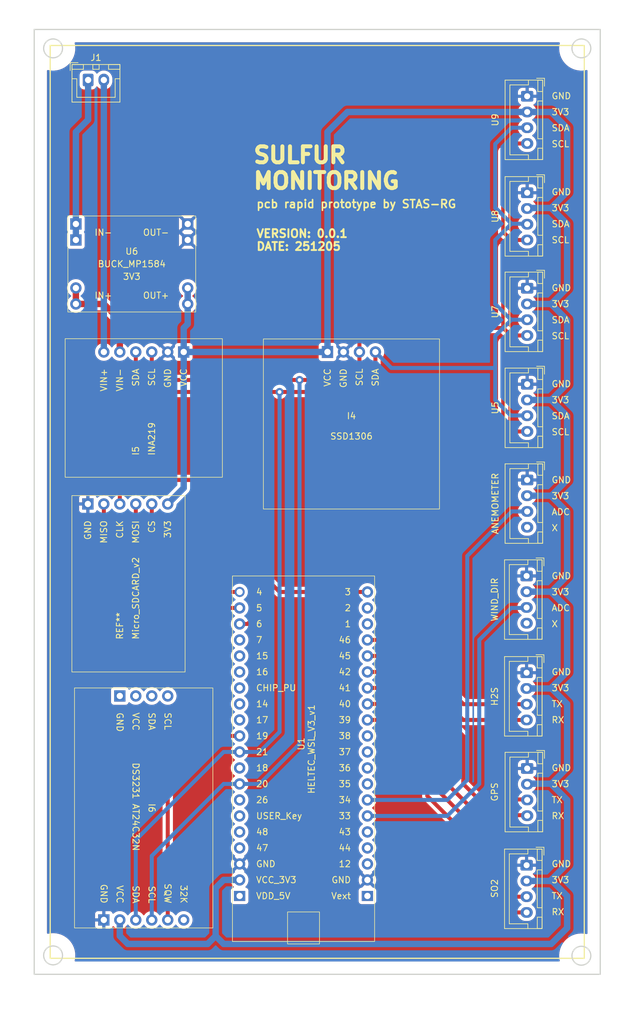
<source format=kicad_pcb>
(kicad_pcb (version 20241229) (generator "pcbnew") (generator_version "9.0")
  (layers (0 "F.Cu" signal) (2 "B.Cu" signal) (13 "F.Paste" user) (15 "B.Paste" user) (5 "F.SilkS" user "F.Silkscreen") (7 "B.SilkS" user "B.Silkscreen") (1 "F.Mask" user) (3 "B.Mask" user) (25 "Edge.Cuts" user))
  (net 0 "")
  (net 1 "+3V3")
  (net 2 "GND")
  (net 3 "SO2_TX")
  (net 4 "SO2_RX")
  (net 7 "H2S_RX")
  (net 8 "H2S_TX")
  (net 12 "GPS_TX")
  (net 15 "GPS_RX")
  (net 16 "I2C_SCL")
  (net 22 "I2C_SDA")
  (net 23 "Net-(I5-VIN-)")
  (net 24 "BMS_P+")
  (net 25 "RTC_INT_SQW")
  (net 31 "ADC_WIND_DIR")
  (net 32 "SPI_MOSI")
  (net 34 "SPI_SCK")
  (net 35 "SD_CS")
  (net 38 "SPI_MISO")
  (net 40 "ADC_ANEMOMETER")
  (net 41 "BMS_P-")
  (footprint "Custom Board:uBlox_NEO-6M_Module_JST" (layer "F.Cu") (at 119.29 146.05 -90)
    (property "Reference" "I3" (hide yes))
    (property "Value" "uBlox_NEO-6M" (hide yes))
    (fp_text user "GPS" (at 0 5.08 90) (layer "F.SilkS"))
    (pad "1" thru_hole roundrect (at -3.73 -0.09 270) (size 1.7 1.95) (drill 0.95) (layers "*.Cu" "*.Mask") (roundrect_rratio 0.147059) (net 2 "GND"))
    (pad "2" thru_hole oval (at -1.23 -0.09 270) (size 1.7 1.95) (drill 0.95) (layers "*.Cu" "*.Mask") (net 1 "+3V3"))
    (pad "3" thru_hole oval (at 1.27 -0.09 270) (size 1.7 1.95) (drill 0.95) (layers "*.Cu" "*.Mask") (net 12 "GPS_TX"))
    (pad "4" thru_hole oval (at 3.77 -0.09 270) (size 1.7 1.95) (drill 0.95) (layers "*.Cu" "*.Mask") (net 15 "GPS_RX"))
  )
  (footprint "Connector_JST:JST_XH_B4B-XH-A_1x04_P2.50mm_Vertical" (layer "F.Cu") (at 119.38 35.6 -90)
    (property "Reference" "U9" (at 3.75 5.08 90) (layer "F.SilkS"))
    (property "Value" "I2C_EXPANDER_JST")
    (pad "1" thru_hole roundrect (at 0 0 270) (size 1.7 1.95) (drill 0.95) (layers "*.Cu" "*.Mask") (roundrect_rratio 0.147059) (net 2 "GND"))
    (pad "2" thru_hole oval (at 2.5 0 270) (size 1.7 1.95) (drill 0.95) (layers "*.Cu" "*.Mask") (net 1 "+3V3"))
    (pad "3" thru_hole oval (at 5 0 270) (size 1.7 1.95) (drill 0.95) (layers "*.Cu" "*.Mask") (net 22 "I2C_SDA"))
    (pad "4" thru_hole oval (at 7.5 0 270) (size 1.7 1.95) (drill 0.95) (layers "*.Cu" "*.Mask") (net 16 "I2C_SCL"))
  )
  (footprint "Custom Board:TB600C_H2S_Module" (layer "F.Cu") (at 119.29 130.89 -90)
    (property "Reference" "I2" (hide yes))
    (property "Value" "TB600C_H2S" (hide yes))
    (fp_text user "H2S" (at 0 5.08 90) (layer "F.SilkS"))
    (pad "1" thru_hole roundrect (at -3.77 0 270) (size 1.7 1.95) (drill 0.95) (layers "*.Cu" "*.Mask") (roundrect_rratio 0.147059) (net 2 "GND"))
    (pad "2" thru_hole oval (at -1.27 0 270) (size 1.7 1.95) (drill 0.95) (layers "*.Cu" "*.Mask") (net 1 "+3V3"))
    (pad "3" thru_hole oval (at 1.23 0 270) (size 1.7 1.95) (drill 0.95) (layers "*.Cu" "*.Mask") (net 8 "H2S_TX"))
    (pad "4" thru_hole oval (at 3.73 0 270) (size 1.7 1.95) (drill 0.95) (layers "*.Cu" "*.Mask") (net 7 "H2S_RX"))
  )
  (footprint "Custom Board:SSD1306_Module" (layer "F.Cu") (at 91.44 87.63)
    (property "Reference" "I4" (at 0 -1.27 0) (layer "F.SilkS"))
    (property "Value" "SSD1306​")
    (fp_text user "SCL" (at 1.27 -8.89 90) (layer "F.SilkS") (effects (justify right)))
    (fp_text user "SDA" (at 3.81 -8.89 90) (layer "F.SilkS") (effects (justify right)))
    (fp_text user "SSD1306" (at 0 2.54 0) (layer "F.SilkS") (effects (justify bottom)))
    (fp_text user "GND" (at -1.27 -8.89 90) (layer "F.SilkS") (effects (justify right)))
    (fp_text user "VCC" (at -3.81 -8.89 90) (layer "F.SilkS") (effects (justify right)))
    (pad "1" thru_hole rect (at -3.81 -11.43) (size 1.8 1.9) (drill 1) (layers "*.Cu" "*.Mask") (net 1 "+3V3"))
    (pad "2" thru_hole circle (at -1.27 -11.43) (size 1.8 1.8) (drill 1) (layers "*.Cu" "*.Mask") (net 2 "GND"))
    (pad "3" thru_hole circle (at 1.27 -11.43) (size 1.8 1.8) (drill 1) (layers "*.Cu" "*.Mask") (net 16 "I2C_SCL"))
    (pad "4" thru_hole circle (at 3.81 -11.43) (size 1.8 1.8) (drill 1) (layers "*.Cu" "*.Mask") (net 22 "I2C_SDA"))
  )
  (footprint "Custom Board:DS3231_Module" (layer "F.Cu") (at 57.149999 148.59 -90)
    (property "Reference" "I6" (at 0 -2.54 270) (layer "F.SilkS"))
    (property "Value" "DS3231​")
    (fp_text user "GND" (at -15.24 2.54 270) (layer "F.SilkS") (effects (justify left)))
    (fp_text user "VCC" (at -15.24 0 270) (layer "F.SilkS") (effects (justify left)))
    (fp_text user "SDA" (at 15.24 -0.000001 270) (layer "F.SilkS") (effects (font (thickness 0.15) (bold yes)) (justify right)))
    (fp_text user "VCC" (at 15.24 2.539999 270) (layer "F.SilkS") (effects (font (thickness 0.15) (bold yes)) (justify right)))
    (fp_text user "SCL" (at 15.24 -2.540001 270) (layer "F.SilkS") (effects (font (thickness 0.15) (bold yes)) (justify right)))
    (fp_text user "SDA" (at -15.24 -2.54 270) (layer "F.SilkS") (effects (justify left)))
    (fp_text user "DS3231 AT24C32N" (at -0.185 0 270) (layer "F.SilkS"))
    (fp_text user "32K" (at 15.24 -7.620001 270) (layer "F.SilkS") (effects (font (thickness 0.15) (bold yes)) (justify right)))
    (fp_text user "GND" (at 15.24 5.079999 270) (layer "F.SilkS") (effects (font (thickness 0.15) (bold yes)) (justify right)))
    (fp_text user "SQW" (at 15.24 -5.080001 270) (layer "F.SilkS") (effects (font (thickness 0.15) (bold yes)) (justify right)))
    (fp_text user "SCL" (at -15.24 -5.08 270) (layer "F.SilkS") (effects (justify left)))
    (pad "1" thru_hole rect (at 17.78 5.079999 90) (size 1.8 1.8) (drill 1) (layers "*.Cu" "*.Mask") (net 2 "GND"))
    (pad "2" thru_hole circle (at 17.78 2.539999 90) (size 1.8 1.8) (drill 1) (layers "*.Cu" "*.Mask") (net 1 "+3V3"))
    (pad "3" thru_hole circle (at 17.78 -0.000001 90) (size 1.8 1.8) (drill 1) (layers "*.Cu" "*.Mask") (net 22 "I2C_SDA"))
    (pad "4" thru_hole circle (at 17.78 -2.540001 90) (size 1.8 1.8) (drill 1) (layers "*.Cu" "*.Mask") (net 16 "I2C_SCL"))
    (pad "5" thru_hole circle (at 17.78 -5.080001 90) (size 1.8 1.8) (drill 1) (layers "*.Cu" "*.Mask") (net 25 "RTC_INT_SQW"))
    (pad "6" thru_hole circle (at 17.78 -7.620001 90) (size 1.8 1.8) (drill 1) (layers "*.Cu" "*.Mask"))
    (pad "7" thru_hole rect (at -17.78 2.54 90) (size 1.8 1.8) (drill 1) (layers "*.Cu" "*.Mask"))
    (pad "8" thru_hole circle (at -17.78 0 90) (size 1.8 1.8) (drill 1) (layers "*.Cu" "*.Mask"))
    (pad "9" thru_hole circle (at -17.78 -2.54 90) (size 1.8 1.8) (drill 1) (layers "*.Cu" "*.Mask"))
    (pad "10" thru_hole circle (at -17.78 -5.08 90) (size 1.8 1.8) (drill 1) (layers "*.Cu" "*.Mask"))
  )
  (footprint "Connector_JST:JST_XH_B2B-XH-A_1x02_P2.50mm_Vertical" (layer "F.Cu") (at 49.57 33.02)
    (property "Reference" "J1" (at 1.25 -3.55 0) (layer "F.SilkS"))
    (property "Value" "Conn_01x02")
    (pad "1" thru_hole roundrect (at 0 0) (size 1.7 2) (drill 1) (layers "*.Cu" "*.Mask") (roundrect_rratio 0.147059) (net 41 "BMS_P-"))
    (pad "2" thru_hole oval (at 2.5 0) (size 1.7 2) (drill 1) (layers "*.Cu" "*.Mask") (net 24 "BMS_P+"))
  )
  (footprint "Custom Board:Heltec_WSL_V3_Module" (layer "F.Cu") (at 83.82 142.24)
    (property "Reference" "U1" (at -0.36 -3.81 90) (layer "F.SilkS"))
    (property "Value" "Heltec_WSL_V3")
    (fp_text user "18" (at -7.62 0 0) (layer "F.SilkS") (effects (justify left)))
    (fp_text user "43" (at 7.62 10.16 0) (layer "F.SilkS") (effects (justify right)))
    (fp_text user "2" (at 7.62 -25.4 0) (layer "F.SilkS") (effects (justify right)))
    (fp_text user "GND" (at -7.62 15.24 0) (layer "F.SilkS") (effects (justify left)))
    (fp_text user "35" (at 7.62 2.54 0) (layer "F.SilkS") (effects (justify right)))
    (fp_text user "20" (at -7.62 2.54 0) (layer "F.SilkS") (effects (justify left)))
    (fp_text user "48" (at -7.62 10.16 0) (layer "F.SilkS") (effects (justify left)))
    (fp_text user "26" (at -7.62 5.08 0) (layer "F.SilkS") (effects (justify left)))
    (fp_text user "1" (at 7.62 -22.86 0) (layer "F.SilkS") (effects (justify right)))
    (fp_text user "37" (at 7.62 -2.54 0) (layer "F.SilkS") (effects (justify right)))
    (fp_text user "12" (at 7.62 15.24 0) (layer "F.SilkS") (effects (justify right)))
    (fp_text user "21" (at -7.62 -2.54 0) (layer "F.SilkS") (effects (justify left)))
    (fp_text user "42" (at 7.62 -15.24 0) (layer "F.SilkS") (effects (justify right)))
    (fp_text user "VCC_3V3" (at -7.62 17.78 0) (layer "F.SilkS") (effects (justify left)))
    (fp_text user "36" (at 7.62 0 0) (layer "F.SilkS") (effects (justify right)))
    (fp_text user "Vext" (at 7.62 20.32 0) (layer "F.SilkS") (effects (justify right)))
    (fp_text user "39" (at 7.62 -7.62 0) (layer "F.SilkS") (effects (justify right)))
    (fp_text user "19" (at -7.62 -5.08 0) (layer "F.SilkS") (effects (justify left)))
    (fp_text user "GND" (at 7.62 17.78 0) (layer "F.SilkS") (effects (justify right)))
    (fp_text user "HELTEC_WSL_V3_v1" (at 1.27 -10.16 90) (layer "F.SilkS") (effects (justify right)))
    (fp_text user "38" (at 7.62 -5.08 0) (layer "F.SilkS") (effects (justify right)))
    (fp_text user "4" (at -7.62 -27.94 0) (layer "F.SilkS") (effects (justify left)))
    (fp_text user "40" (at 7.62 -10.16 0) (layer "F.SilkS") (effects (justify right)))
    (fp_text user "33" (at 7.62 7.62 0) (layer "F.SilkS") (effects (justify right)))
    (fp_text user "45" (at 7.62 -17.78 0) (layer "F.SilkS") (effects (justify right)))
    (fp_text user "46" (at 7.62 -20.32 0) (layer "F.SilkS") (effects (justify right)))
    (fp_text user "USER_Key" (at -7.62 7.62 0) (layer "F.SilkS") (effects (justify left)))
    (fp_text user "CHIP_PU" (at -7.62 -12.7 0) (layer "F.SilkS") (effects (justify left)))
    (fp_text user "41" (at 7.62 -12.7 0) (layer "F.SilkS") (effects (justify right)))
    (fp_text user "34" (at 7.62 5.08 0) (layer "F.SilkS") (effects (justify right)))
    (fp_text user "44" (at 7.62 12.7 0) (layer "F.SilkS") (effects (justify right)))
    (fp_text user "VDD_5V" (at -7.62 20.32 0) (layer "F.SilkS") (effects (justify left)))
    (fp_text user "17" (at -7.62 -7.62 0) (layer "F.SilkS") (effects (justify left)))
    (fp_text user "15" (at -7.62 -17.78 0) (layer "F.SilkS") (effects (justify left)))
    (fp_text user "14" (at -7.62 -10.16 0) (layer "F.SilkS") (effects (justify left)))
    (fp_text user "5" (at -7.62 -25.4 0) (layer "F.SilkS") (effects (justify left)))
    (fp_text user "7" (at -7.62 -20.32 0) (layer "F.SilkS") (effects (justify left)))
    (fp_text user "6" (at -7.62 -22.86 0) (layer "F.SilkS") (effects (justify left)))
    (fp_text user "47" (at -7.62 12.7 0) (layer "F.SilkS") (effects (justify left)))
    (fp_text user "16" (at -7.62 -15.24 0) (layer "F.SilkS") (effects (justify left)))
    (fp_text user "3" (at 7.62 -27.94 0) (layer "F.SilkS") (effects (justify right)))
    (pad "1" thru_hole rect (at 10.16 20.32) (size 1.8 1.6) (drill 1) (layers "*.Cu" "*.Mask"))
    (pad "2" thru_hole circle (at 10.16 17.78 270) (size 1.8 1.8) (drill 1) (layers "*.Cu" "*.Mask") (net 2 "GND"))
    (pad "3" thru_hole circle (at 10.16 15.24 270) (size 1.8 1.8) (drill 1) (layers "*.Cu" "*.Mask"))
    (pad "4" thru_hole circle (at 10.16 12.7 270) (size 1.8 1.8) (drill 1) (layers "*.Cu" "*.Mask"))
    (pad "5" thru_hole circle (at 10.16 10.16 270) (size 1.8 1.8) (drill 1) (layers "*.Cu" "*.Mask"))
    (pad "6" thru_hole circle (at 10.16 7.62 270) (size 1.8 1.8) (drill 1) (layers "*.Cu" "*.Mask") (net 31 "ADC_WIND_DIR"))
    (pad "7" thru_hole circle (at 10.16 5.08 270) (size 1.8 1.8) (drill 1) (layers "*.Cu" "*.Mask") (net 40 "ADC_ANEMOMETER"))
    (pad "8" thru_hole circle (at 10.16 2.54 270) (size 1.8 1.8) (drill 1) (layers "*.Cu" "*.Mask"))
    (pad "9" thru_hole circle (at 10.16 0 270) (size 1.8 1.8) (drill 1) (layers "*.Cu" "*.Mask"))
    (pad "10" thru_hole circle (at 10.16 -2.54 270) (size 1.8 1.8) (drill 1) (layers "*.Cu" "*.Mask"))
    (pad "11" thru_hole circle (at 10.16 -5.08 270) (size 1.8 1.8) (drill 1) (layers "*.Cu" "*.Mask"))
    (pad "12" thru_hole circle (at 10.16 -7.62 270) (size 1.8 1.8) (drill 1) (layers "*.Cu" "*.Mask") (net 4 "SO2_RX"))
    (pad "13" thru_hole circle (at 10.16 -10.16 270) (size 1.8 1.8) (drill 1) (layers "*.Cu" "*.Mask") (net 3 "SO2_TX"))
    (pad "14" thru_hole circle (at 10.16 -12.7 270) (size 1.8 1.8) (drill 1) (layers "*.Cu" "*.Mask") (net 15 "GPS_RX"))
    (pad "15" thru_hole circle (at 10.16 -15.24 270) (size 1.8 1.8) (drill 1) (layers "*.Cu" "*.Mask") (net 12 "GPS_TX"))
    (pad "16" thru_hole circle (at 10.16 -17.78 270) (size 1.8 1.8) (drill 1) (layers "*.Cu" "*.Mask") (net 7 "H2S_RX"))
    (pad "17" thru_hole circle (at 10.16 -20.32 270) (size 1.8 1.8) (drill 1) (layers "*.Cu" "*.Mask") (net 8 "H2S_TX"))
    (pad "18" thru_hole circle (at 10.16 -22.86 270) (size 1.8 1.8) (drill 1) (layers "*.Cu" "*.Mask"))
    (pad "19" thru_hole circle (at 10.16 -25.4 270) (size 1.8 1.8) (drill 1) (layers "*.Cu" "*.Mask"))
    (pad "20" thru_hole circle (at 10.16 -27.94 270) (size 1.8 1.8) (drill 1) (layers "*.Cu" "*.Mask") (net 34 "SPI_SCK"))
    (pad "21" thru_hole rect (at -10.16 20.32) (size 1.8 1.6) (drill 1) (layers "*.Cu" "*.Mask"))
    (pad "22" thru_hole circle (at -10.16 17.78 270) (size 1.8 1.8) (drill 1) (layers "*.Cu" "*.Mask") (net 1 "+3V3"))
    (pad "23" thru_hole circle (at -10.16 15.24 270) (size 1.8 1.8) (drill 1) (layers "*.Cu" "*.Mask") (net 2 "GND"))
    (pad "24" thru_hole circle (at -10.16 12.7 270) (size 1.8 1.8) (drill 1) (layers "*.Cu" "*.Mask"))
    (pad "25" thru_hole circle (at -10.16 10.16 270) (size 1.8 1.8) (drill 1) (layers "*.Cu" "*.Mask"))
    (pad "26" thru_hole circle (at -10.16 7.62 270) (size 1.8 1.8) (drill 1) (layers "*.Cu" "*.Mask"))
    (pad "27" thru_hole circle (at -10.16 5.08 270) (size 1.8 1.8) (drill 1) (layers "*.Cu" "*.Mask"))
    (pad "28" thru_hole circle (at -10.16 2.54 270) (size 1.8 1.8) (drill 1) (layers "*.Cu" "*.Mask") (net 16 "I2C_SCL"))
    (pad "29" thru_hole circle (at -10.16 0 270) (size 1.8 1.8) (drill 1) (layers "*.Cu" "*.Mask"))
    (pad "30" thru_hole circle (at -10.16 -2.54 270) (size 1.8 1.8) (drill 1) (layers "*.Cu" "*.Mask") (net 22 "I2C_SDA"))
    (pad "31" thru_hole circle (at -10.16 -5.08 270) (size 1.8 1.8) (drill 1) (layers "*.Cu" "*.Mask") (net 25 "RTC_INT_SQW"))
    (pad "32" thru_hole circle (at -10.16 -7.62 270) (size 1.8 1.8) (drill 1) (layers "*.Cu" "*.Mask"))
    (pad "33" thru_hole circle (at -10.16 -10.16 270) (size 1.8 1.8) (drill 1) (layers "*.Cu" "*.Mask"))
    (pad "34" thru_hole circle (at -10.16 -12.7 270) (size 1.8 1.8) (drill 1) (layers "*.Cu" "*.Mask"))
    (pad "35" thru_hole circle (at -10.16 -15.24 270) (size 1.8 1.8) (drill 1) (layers "*.Cu" "*.Mask"))
    (pad "36" thru_hole circle (at -10.16 -17.78 270) (size 1.8 1.8) (drill 1) (layers "*.Cu" "*.Mask"))
    (pad "37" thru_hole circle (at -10.16 -20.32 270) (size 1.8 1.8) (drill 1) (layers "*.Cu" "*.Mask"))
    (pad "38" thru_hole circle (at -10.16 -22.86 270) (size 1.8 1.8) (drill 1) (layers "*.Cu" "*.Mask") (net 35 "SD_CS"))
    (pad "39" thru_hole circle (at -10.16 -25.4 270) (size 1.8 1.8) (drill 1) (layers "*.Cu" "*.Mask") (net 38 "SPI_MISO"))
    (pad "40" thru_hole circle (at -10.16 -27.94 270) (size 1.6 1.6) (drill 1) (layers "*.Cu" "*.Mask") (net 32 "SPI_MOSI"))
  )
  (footprint "Custom Board:Micro_SDCARD_v2_Module" (layer "F.Cu") (at 55.88 113.03 90)
    (property "Reference" "U3" (hide yes))
    (property "Value" "Micro_SDCARD_v2" (hide yes))
    (fp_text user "CLK" (at 10.16 -1.27 90) (layer "F.SilkS") (effects (justify right)))
    (fp_text user "GND" (at 10.16 -6.35 90) (layer "F.SilkS") (effects (justify right)))
    (fp_text user "3V3" (at 10.16 6.35 90) (layer "F.SilkS") (effects (justify right)))
    (fp_text user "MISO" (at 10.16 -3.81 90) (layer "F.SilkS") (effects (justify right)))
    (fp_text user "Micro_SDCARD_v2" (at -8.89 1.27 90) (layer "F.SilkS") (effects (justify left)))
    (fp_text user "REF**" (at -8.89 -1.27 90) (layer "F.SilkS") (effects (justify left)))
    (fp_text user "MOSI" (at 10.16 1.27 90) (layer "F.SilkS") (effects (justify right)))
    (fp_text user "CS" (at 10.16 3.81 90) (layer "F.SilkS") (effects (justify right)))
    (pad "1" thru_hole rect (at 12.7 -6.35) (size 1.8 1.8) (drill 1) (layers "*.Cu" "*.Mask") (net 2 "GND"))
    (pad "2" thru_hole circle (at 12.7 -3.81) (size 1.8 1.8) (drill 1) (layers "*.Cu" "*.Mask") (net 38 "SPI_MISO"))
    (pad "3" thru_hole circle (at 12.7 -1.27) (size 1.8 1.8) (drill 1) (layers "*.Cu" "*.Mask") (net 34 "SPI_SCK"))
    (pad "4" thru_hole circle (at 12.7 1.27) (size 1.8 1.8) (drill 1) (layers "*.Cu" "*.Mask") (net 32 "SPI_MOSI"))
    (pad "5" thru_hole circle (at 12.7 3.81) (size 1.8 1.8) (drill 1) (layers "*.Cu" "*.Mask") (net 35 "SD_CS"))
    (pad "6" thru_hole circle (at 12.7 6.35) (size 1.8 1.8) (drill 1) (layers "*.Cu" "*.Mask") (net 1 "+3V3"))
  )
  (footprint "Connector_JST:JST_XH_B4B-XH-A_1x04_P2.50mm_Vertical" (layer "F.Cu") (at 119.38 66.08 -90)
    (property "Reference" "U7" (at 3.75 5.08 90) (layer "F.SilkS"))
    (property "Value" "Light_Sensor_I2C_JST")
    (pad "1" thru_hole roundrect (at 0 0 270) (size 1.7 1.95) (drill 0.95) (layers "*.Cu" "*.Mask") (roundrect_rratio 0.147059) (net 2 "GND"))
    (pad "2" thru_hole oval (at 2.5 0 270) (size 1.7 1.95) (drill 0.95) (layers "*.Cu" "*.Mask") (net 1 "+3V3"))
    (pad "3" thru_hole oval (at 5 0 270) (size 1.7 1.95) (drill 0.95) (layers "*.Cu" "*.Mask") (net 22 "I2C_SDA"))
    (pad "4" thru_hole oval (at 7.5 0 270) (size 1.7 1.95) (drill 0.95) (layers "*.Cu" "*.Mask") (net 16 "I2C_SCL"))
  )
  (footprint "Connector_JST:JST_XH_B4B-XH-A_1x04_P2.50mm_Vertical" (layer "F.Cu") (at 119.38 50.92 -90)
    (property "Reference" "U8" (at 3.75 5.08 90) (layer "F.SilkS"))
    (property "Value" "I2C_EXPANDER_JST")
    (pad "1" thru_hole roundrect (at 0 0 270) (size 1.7 1.95) (drill 0.95) (layers "*.Cu" "*.Mask") (roundrect_rratio 0.147059) (net 2 "GND"))
    (pad "2" thru_hole oval (at 2.5 0 270) (size 1.7 1.95) (drill 0.95) (layers "*.Cu" "*.Mask") (net 1 "+3V3"))
    (pad "3" thru_hole oval (at 5 0 270) (size 1.7 1.95) (drill 0.95) (layers "*.Cu" "*.Mask") (net 22 "I2C_SDA"))
    (pad "4" thru_hole oval (at 7.5 0 270) (size 1.7 1.95) (drill 0.95) (layers "*.Cu" "*.Mask") (net 16 "I2C_SCL"))
  )
  (footprint "Custom Board:STASRG_Anemometer_Module" (layer "F.Cu") (at 119.38 100.27 -90)
    (property "Reference" "U2" (hide yes))
    (property "Value" "Anemometer")
    (fp_text user "ANEMOMETER" (at 0 5.08 90) (layer "F.SilkS"))
    (pad "1" thru_hole roundrect (at -3.75 0 270) (size 1.7 1.95) (drill 0.95) (layers "*.Cu" "*.Mask") (roundrect_rratio 0.147059) (net 2 "GND"))
    (pad "2" thru_hole oval (at -1.25 0 270) (size 1.7 1.95) (drill 0.95) (layers "*.Cu" "*.Mask") (net 1 "+3V3"))
    (pad "3" thru_hole oval (at 1.25 0 270) (size 1.7 1.95) (drill 0.95) (layers "*.Cu" "*.Mask") (net 40 "ADC_ANEMOMETER"))
    (pad "4" thru_hole oval (at 3.75 0 270) (size 1.7 1.95) (drill 0.95) (layers "*.Cu" "*.Mask"))
  )
  (footprint "Custom Board:STASRG_Wind_Dir_Module" (layer "F.Cu") (at 119.29 115.51 -90)
    (property "Reference" "U4" (hide yes))
    (property "Value" "Wind_Direction" (hide yes))
    (fp_text user "WIND_DIR" (at 0 5.08 90) (layer "F.SilkS"))
    (pad "1" thru_hole roundrect (at -3.75 0 270) (size 1.7 1.95) (drill 0.95) (layers "*.Cu" "*.Mask") (roundrect_rratio 0.147059) (net 2 "GND"))
    (pad "2" thru_hole oval (at -1.25 0 270) (size 1.7 1.95) (drill 0.95) (layers "*.Cu" "*.Mask") (net 1 "+3V3"))
    (pad "3" thru_hole oval (at 1.25 0 270) (size 1.7 1.95) (drill 0.95) (layers "*.Cu" "*.Mask") (net 31 "ADC_WIND_DIR"))
    (pad "4" thru_hole oval (at 3.75 0 270) (size 1.7 1.95) (drill 0.95) (layers "*.Cu" "*.Mask"))
  )
  (footprint "Custom Board:TB600B_SO2_Module" (layer "F.Cu") (at 119.29 161.37 -90)
    (property "Reference" "I1" (hide yes))
    (property "Value" "TB600B SO2" (hide yes))
    (fp_text user "SO2" (at 0 5.08 90) (layer "F.SilkS"))
    (pad "1" thru_hole roundrect (at -3.69 0 270) (size 1.7 1.95) (drill 0.95) (layers "*.Cu" "*.Mask") (roundrect_rratio 0.147059) (net 2 "GND"))
    (pad "2" thru_hole oval (at -1.19 0 270) (size 1.7 1.95) (drill 0.95) (layers "*.Cu" "*.Mask") (net 1 "+3V3"))
    (pad "3" thru_hole oval (at 1.31 0 270) (size 1.7 1.95) (drill 0.95) (layers "*.Cu" "*.Mask") (net 3 "SO2_TX"))
    (pad "4" thru_hole oval (at 3.81 0 270) (size 1.7 1.95) (drill 0.95) (layers "*.Cu" "*.Mask") (net 4 "SO2_RX"))
  )
  (footprint "Custom Board:BUCK_MP1584_3V3_Module" (layer "F.Cu") (at 56.515 62.23)
    (property "Reference" "U6" (at 0 -2 0) (layer "F.SilkS"))
    (property "Value" "BUCK_MP1584_3V3")
    (fp_text user "OUT+" (at 6 5 0) (layer "F.SilkS") (effects (justify right)))
    (fp_text user "3V3" (at 0 2 0) (layer "F.SilkS"))
    (fp_text user "IN+" (at -6 5 0) (layer "F.SilkS") (effects (justify left)))
    (fp_text user "IN-" (at -6 -5 0) (layer "F.SilkS") (effects (justify left)))
    (fp_text user "BUCK_MP1584" (at 0 0 0) (layer "F.SilkS"))
    (fp_text user "OUT-" (at 6 -5 0) (layer "F.SilkS") (effects (justify right)))
    (pad "1" thru_hole circle (at -8.89 3.81) (size 1.8 1.8) (drill 1) (layers "*.Cu" "*.Mask") (net 23 "Net-(I5-VIN-)"))
    (pad "1" thru_hole circle (at -8.89 6.35) (size 1.8 1.8) (drill 1) (layers "*.Cu" "*.Mask") (net 23 "Net-(I5-VIN-)"))
    (pad "2" thru_hole rect (at -8.89 -6.35) (size 1.8 1.8) (drill 1) (layers "*.Cu" "*.Mask") (net 41 "BMS_P-"))
    (pad "2" thru_hole rect (at -8.89 -3.81) (size 1.8 1.8) (drill 1) (layers "*.Cu" "*.Mask") (net 41 "BMS_P-"))
    (pad "3" thru_hole circle (at 8.89 3.81) (size 1.8 1.8) (drill 1) (layers "*.Cu" "*.Mask") (net 1 "+3V3"))
    (pad "3" thru_hole circle (at 8.89 6.35) (size 1.8 1.8) (drill 1) (layers "*.Cu" "*.Mask") (net 1 "+3V3"))
    (pad "4" thru_hole rect (at 8.89 -6.35) (size 1.8 1.8) (drill 1) (layers "*.Cu" "*.Mask") (net 2 "GND"))
    (pad "4" thru_hole rect (at 8.89 -3.81) (size 1.8 1.8) (drill 1) (layers "*.Cu" "*.Mask") (net 2 "GND"))
  )
  (footprint "Custom Board:INA219_Module" (layer "F.Cu") (at 58.42 85.09 90)
    (property "Reference" "I5" (at -7.62 -1.27 90) (layer "F.SilkS") (effects (justify left)))
    (property "Value" "INA219")
    (fp_text user "VIN-" (at 6.35 -3.81 90) (layer "F.SilkS") (effects (justify right)))
    (fp_text user "VCC" (at 6.35 6.35 90) (layer "F.SilkS") (effects (justify right)))
    (fp_text user "INA219" (at -7.62 1.27 90) (layer "F.SilkS") (effects (justify left)))
    (fp_text user "SDA" (at 6.35 -1.27 90) (layer "F.SilkS") (effects (justify right)))
    (fp_text user "VIN+" (at 6.35 -6.35 90) (layer "F.SilkS") (effects (justify right)))
    (fp_text user "GND" (at 6.35 3.81 90) (layer "F.SilkS") (effects (justify right)))
    (fp_text user "SCL" (at 6.35 1.27 90) (layer "F.SilkS") (effects (justify right)))
    (pad "1" thru_hole rect (at 8.89 6.35 180) (size 1.8 1.8) (drill 1) (layers "*.Cu" "*.Mask") (net 1 "+3V3"))
    (pad "2" thru_hole circle (at 8.89 3.81 180) (size 1.8 1.8) (drill 1) (layers "*.Cu" "*.Mask") (net 2 "GND"))
    (pad "3" thru_hole circle (at 8.89 1.27 180) (size 1.8 1.8) (drill 1) (layers "*.Cu" "*.Mask") (net 16 "I2C_SCL"))
    (pad "4" thru_hole circle (at 8.89 -1.27 180) (size 1.8 1.8) (drill 1) (layers "*.Cu" "*.Mask") (net 22 "I2C_SDA"))
    (pad "5" thru_hole circle (at 8.89 -3.81 180) (size 1.8 1.8) (drill 1) (layers "*.Cu" "*.Mask") (net 23 "Net-(I5-VIN-)"))
    (pad "6" thru_hole circle (at 8.89 -6.35 180) (size 1.8 1.8) (drill 1) (layers "*.Cu" "*.Mask") (net 24 "BMS_P+"))
  )
  (footprint "Connector_JST:JST_XH_B4B-XH-A_1x04_P2.50mm_Vertical" (layer "F.Cu") (at 119.38 81.32 -90)
    (property "Reference" "U5" (at 3.75 5.08 270) (layer "F.SilkS"))
    (property "Value" "BME280_Module_JST")
    (pad "1" thru_hole roundrect (at 0 0 270) (size 1.7 1.95) (drill 0.95) (layers "*.Cu" "*.Mask") (roundrect_rratio 0.147059) (net 2 "GND"))
    (pad "2" thru_hole oval (at 2.5 0 270) (size 1.7 1.95) (drill 0.95) (layers "*.Cu" "*.Mask") (net 1 "+3V3"))
    (pad "3" thru_hole oval (at 5 0 270) (size 1.7 1.95) (drill 0.95) (layers "*.Cu" "*.Mask") (net 22 "I2C_SDA"))
    (pad "4" thru_hole oval (at 7.5 0 270) (size 1.7 1.95) (drill 0.95) (layers "*.Cu" "*.Mask") (net 16 "I2C_SCL"))
  )
  (gr_rect (start 43.54 27.54) (end 128.46 172.46) (stroke (width 0.2)) (fill no) (layer "F.SilkS"))
  (gr_circle (center 44 28) (end 45.5 28) (stroke (width 0.2)) (fill no) (layer "Edge.Cuts"))
  (gr_circle (center 44 172) (end 45.5 172) (stroke (width 0.2)) (fill no) (layer "Edge.Cuts"))
  (gr_rect (start 41 25) (end 131 175) (stroke (width 0.2)) (fill no) (layer "Edge.Cuts"))
  (gr_circle (center 128 172.05) (end 129.5 172.05) (stroke (width 0.2)) (fill no) (layer "Edge.Cuts"))
  (gr_circle (center 128 28) (end 129.5 28) (stroke (width 0.2)) (fill no) (layer "Edge.Cuts"))
  (gr_text "GND" (at 123.19 66.04 0) (layer "F.SilkS") (effects (font (size 1 1)) (justify left)))
  (gr_text "3V3" (at 123.19 144.78 0) (layer "F.SilkS") (effects (font (size 1 1)) (justify left)))
  (gr_text "pcb rapid prototype by STAS-RG" (at 76.2 52.705 0) (layer "F.SilkS") (effects (font (size 1.27 1.27) (thickness 0.254)) (justify left)))
  (gr_text "SULFUR\nMONITORING\n" (at 75.565 46.99 0) (layer "F.SilkS") (effects (font (size 2.54 2.54) (thickness 0.762)) (justify left)))
  (gr_text "X" (at 123.19 119.38 0) (layer "F.SilkS") (effects (font (size 1 1)) (justify left)))
  (gr_text "SCL" (at 123.19 73.66 0) (layer "F.SilkS") (effects (font (size 1 1)) (justify left)))
  (gr_text "GND" (at 123.19 96.52 0) (layer "F.SilkS") (effects (font (size 1 1)) (justify left)))
  (gr_text "3V3" (at 123.19 38.1 0) (layer "F.SilkS") (effects (font (size 1 1)) (justify left)))
  (gr_text "GND" (at 123.19 35.56 0) (layer "F.SilkS") (effects (font (size 1 1)) (justify left)))
  (gr_text "3V3" (at 123.19 68.58 0) (layer "F.SilkS") (effects (font (size 1 1)) (justify left)))
  (gr_text "GND" (at 123.19 111.76 0) (layer "F.SilkS") (effects (font (size 1 1)) (justify left)))
  (gr_text "GND" (at 123.19 157.48 0) (layer "F.SilkS") (effects (font (size 1 1)) (justify left)))
  (gr_text "TX" (at 123.19 147.32 0) (layer "F.SilkS") (effects (font (size 1 1)) (justify left)))
  (gr_text "RX" (at 123.19 149.86 0) (layer "F.SilkS") (effects (font (size 1 1)) (justify left)))
  (gr_text "SDA" (at 123.19 55.88 0) (layer "F.SilkS") (effects (font (size 1 1)) (justify left)))
  (gr_text "3V3" (at 123.19 53.34 0) (layer "F.SilkS") (effects (font (size 1 1)) (justify left)))
  (gr_text "3V3" (at 123.19 114.3 0) (layer "F.SilkS") (effects (font (size 1 1)) (justify left)))
  (gr_text "3V3" (at 123.19 99.06 0) (layer "F.SilkS") (effects (font (size 1 1)) (justify left)))
  (gr_text "GND" (at 123.19 127 0) (layer "F.SilkS") (effects (font (size 1 1)) (justify left)))
  (gr_text "SDA" (at 123.19 86.36 0) (layer "F.SilkS") (effects (font (size 1 1)) (justify left)))
  (gr_text "TX" (at 123.19 162.56 0) (layer "F.SilkS") (effects (font (size 1 1)) (justify left)))
  (gr_text "GND" (at 123.19 142.24 0) (layer "F.SilkS") (effects (font (size 1 1)) (justify left)))
  (gr_text "SCL" (at 123.19 88.9 0) (layer "F.SilkS") (effects (font (size 1 1)) (justify left)))
  (gr_text "ADC" (at 123.19 116.84 0) (layer "F.SilkS") (effects (font (size 1 1)) (justify left)))
  (gr_text "3V3" (at 123.19 160.02 0) (layer "F.SilkS") (effects (font (size 1 1)) (justify left)))
  (gr_text "ADC" (at 123.19 101.6 0) (layer "F.SilkS") (effects (font (size 1 1)) (justify left)))
  (gr_text "SDA" (at 123.19 40.64 0) (layer "F.SilkS") (effects (font (size 1 1)) (justify left)))
  (gr_text "SDA" (at 123.19 71.12 0) (layer "F.SilkS") (effects (font (size 1 1)) (justify left)))
  (gr_text "GND" (at 123.19 50.8 0) (layer "F.SilkS") (effects (font (size 1 1)) (justify left)))
  (gr_text "RX" (at 123.19 134.62 0) (layer "F.SilkS") (effects (font (size 1 1)) (justify left)))
  (gr_text "3V3" (at 123.19 83.82 0) (layer "F.SilkS") (effects (font (size 1 1)) (justify left)))
  (gr_text "SCL" (at 123.19 43.18 0) (layer "F.SilkS") (effects (font (size 1 1)) (justify left)))
  (gr_text "3V3" (at 123.19 129.54 0) (layer "F.SilkS") (effects (font (size 1 1)) (justify left)))
  (gr_text "TX" (at 123.19 132.08 0) (layer "F.SilkS") (effects (font (size 1 1)) (justify left)))
  (gr_text "X" (at 123.19 104.14 0) (layer "F.SilkS") (effects (font (size 1 1)) (justify left)))
  (gr_text "RX" (at 123.19 165.1 0) (layer "F.SilkS") (effects (font (size 1 1)) (justify left)))
  (gr_text "GND" (at 123.19 81.28 0) (layer "F.SilkS") (effects (font (size 1 1)) (justify left)))
  (gr_text "SCL" (at 123.19 58.42 0) (layer "F.SilkS") (effects (font (size 1 1)) (justify left)))
  (gr_text "VERSION: 0.0.1\nDATE: 251205" (at 76.2 58.42 0) (layer "F.SilkS") (effects (font (size 1.27 1.27) (thickness 0.3) (bold yes)) (justify left)))
  (segment (start 65.405 71.755) (end 64.77 72.39) (width 1.016) (layer "B.Cu") (net 1))
  (segment (start 123.19 170.18) (end 125.73 167.64) (width 1.016) (layer "B.Cu") (net 1))
  (segment (start 54.61 168.91) (end 55.88 170.18) (width 1.016) (layer "B.Cu") (net 1))
  (segment (start 71.12 170.18) (end 123.19 170.18) (width 1.016) (layer "B.Cu") (net 1))
  (segment (start 125.73 55.88) (end 125.73 66.04) (width 1.016) (layer "B.Cu") (net 1))
  (segment (start 69.85 168.91) (end 71.12 170.18) (width 1.016) (layer "B.Cu") (net 1))
  (segment (start 125.73 116.84) (end 125.73 127) (width 1.016) (layer "B.Cu") (net 1))
  (segment (start 55.88 170.18) (end 68.58 170.18) (width 1.016) (layer "B.Cu") (net 1))
  (segment (start 125.73 157.48) (end 123.03 160.18) (width 1.016) (layer "B.Cu") (net 1))
  (segment (start 119.38 68.58) (end 123.19 68.58) (width 1.016) (layer "B.Cu") (net 1))
  (segment (start 119.38 53.34) (end 123.19 53.34) (width 1.016) (layer "B.Cu") (net 1))
  (segment (start 123.15 114.26) (end 123.19 114.3) (width 1.016) (layer "B.Cu") (net 1))
  (segment (start 125.73 101.6) (end 125.73 111.76) (width 1.016) (layer "B.Cu") (net 1))
  (segment (start 125.73 147.32) (end 125.73 157.48) (width 1.016) (layer "B.Cu") (net 1))
  (segment (start 123.23 144.74) (end 123.23 144.82) (width 1.016) (layer "B.Cu") (net 1))
  (segment (start 125.73 71.12) (end 125.73 81.28) (width 1.016) (layer "B.Cu") (net 1))
  (segment (start 123.19 114.3) (end 125.73 116.84) (width 1.016) (layer "B.Cu") (net 1))
  (segment (start 123.03 160.18) (end 119.29 160.18) (width 1.016) (layer "B.Cu") (net 1))
  (segment (start 87.63 76.2) (end 87.63 41.275) (width 1.016) (layer "B.Cu") (net 1))
  (segment (start 65.405 66.04) (end 65.405 68.58) (width 1.016) (layer "B.Cu") (net 1))
  (segment (start 119.38 38.1) (end 123.19 38.1) (width 1.016) (layer "B.Cu") (net 1))
  (segment (start 69.85 161.29) (end 71.12 160.02) (width 1.016) (layer "B.Cu") (net 1))
  (segment (start 125.73 50.8) (end 123.19 53.34) (width 1.016) (layer "B.Cu") (net 1))
  (segment (start 64.77 76.2) (end 87.63 76.2) (width 1.016) (layer "B.Cu") (net 1))
  (segment (start 123.19 129.54) (end 125.73 127) (width 1.016) (layer "B.Cu") (net 1))
  (segment (start 71.12 160.02) (end 73.66 160.02) (width 1.016) (layer "B.Cu") (net 1))
  (segment (start 123.15 99.02) (end 123.19 99.06) (width 1.016) (layer "B.Cu") (net 1))
  (segment (start 119.38 144.74) (end 123.23 144.74) (width 1.016) (layer "B.Cu") (net 1))
  (segment (start 119.29 114.26) (end 123.15 114.26) (width 1.016) (layer "B.Cu") (net 1))
  (segment (start 123.19 129.54) (end 125.73 132.08) (width 1.016) (layer "B.Cu") (net 1))
  (segment (start 123.19 99.06) (end 125.73 101.6) (width 1.016) (layer "B.Cu") (net 1))
  (segment (start 54.61 166.37) (end 54.61 168.91) (width 1.016) (layer "B.Cu") (net 1))
  (segment (start 119.41 129.62) (end 123.11 129.62) (width 1.016) (layer "B.Cu") (net 1))
  (segment (start 125.73 40.64) (end 125.73 50.8) (width 1.016) (layer "B.Cu") (net 1))
  (segment (start 123.35 160.18) (end 123.03 160.18) (width 1.016) (layer "B.Cu") (net 1))
  (segment (start 69.85 168.91) (end 69.85 161.29) (width 1.016) (layer "B.Cu") (net 1))
  (segment (start 119.29 129.5) (end 119.41 129.62) (width 1.016) (layer "B.Cu") (net 1))
  (segment (start 64.77 72.39) (end 64.77 76.2) (width 1.016) (layer "B.Cu") (net 1))
  (segment (start 123.19 99.06) (end 125.73 96.52) (width 1.016) (layer "B.Cu") (net 1))
  (segment (start 62.23 100.33) (end 64.77 97.79) (width 1.016) (layer "B.Cu") (net 1))
  (segment (start 125.73 86.36) (end 125.73 96.52) (width 1.016) (layer "B.Cu") (net 1))
  (segment (start 125.73 81.28) (end 123.19 83.82) (width 1.016) (layer "B.Cu") (net 1))
  (segment (start 123.19 114.3) (end 125.73 111.76) (width 1.016) (layer "B.Cu") (net 1))
  (segment (start 123.19 83.82) (end 125.73 86.36) (width 1.016) (layer "B.Cu") (net 1))
  (segment (start 123.23 144.82) (end 125.73 147.32) (width 1.016) (layer "B.Cu") (net 1))
  (segment (start 123.11 129.62) (end 123.19 129.54) (width 1.016) (layer "B.Cu") (net 1))
  (segment (start 119.38 83.82) (end 123.19 83.82) (width 1.016) (layer "B.Cu") (net 1))
  (segment (start 125.73 132.08) (end 125.73 142.24) (width 1.016) (layer "B.Cu") (net 1))
  (segment (start 119.38 99.02) (end 123.15 99.02) (width 1.016) (layer "B.Cu") (net 1))
  (segment (start 123.23 144.74) (end 125.73 142.24) (width 1.016) (layer "B.Cu") (net 1))
  (segment (start 125.73 66.04) (end 123.19 68.58) (width 1.016) (layer "B.Cu") (net 1))
  (segment (start 90.805 38.1) (end 119.38 38.1) (width 1.016) (layer "B.Cu") (net 1))
  (segment (start 123.19 38.1) (end 125.73 40.64) (width 1.016) (layer "B.Cu") (net 1))
  (segment (start 125.73 167.64) (end 125.73 162.56) (width 1.016) (layer "B.Cu") (net 1))
  (segment (start 123.19 68.58) (end 125.73 71.12) (width 1.016) (layer "B.Cu") (net 1))
  (segment (start 125.73 162.56) (end 123.35 160.18) (width 1.016) (layer "B.Cu") (net 1))
  (segment (start 123.19 53.34) (end 125.73 55.88) (width 1.016) (layer "B.Cu") (net 1))
  (segment (start 87.63 41.275) (end 90.805 38.1) (width 1.016) (layer "B.Cu") (net 1))
  (segment (start 64.77 97.79) (end 64.77 76.2) (width 1.016) (layer "B.Cu") (net 1))
  (segment (start 65.405 68.58) (end 65.405 71.755) (width 1.016) (layer "B.Cu") (net 1))
  (segment (start 68.58 170.18) (end 69.85 168.91) (width 1.016) (layer "B.Cu") (net 1))
  (segment (start 105.41 146.05) (end 111.76 152.4) (width 0.635) (layer "F.Cu") (net 3))
  (segment (start 111.76 157.48) (end 116.96 162.68) (width 0.635) (layer "F.Cu") (net 3))
  (segment (start 111.76 152.4) (end 111.76 157.48) (width 0.635) (layer "F.Cu") (net 3))
  (segment (start 93.98 132.08) (end 99.06 132.08) (width 0.635) (layer "F.Cu") (net 3))
  (segment (start 99.06 132.08) (end 105.41 138.43) (width 0.635) (layer "F.Cu") (net 3))
  (segment (start 105.41 138.43) (end 105.41 146.05) (width 0.635) (layer "F.Cu") (net 3))
  (segment (start 116.96 162.68) (end 119.29 162.68) (width 0.635) (layer "F.Cu") (net 3))
  (segment (start 109.855 153.035) (end 109.855 158.115) (width 0.635) (layer "F.Cu") (net 4))
  (segment (start 116.92 165.18) (end 119.29 165.18) (width 0.635) (layer "F.Cu") (net 4))
  (segment (start 109.855 158.115) (end 116.92 165.18) (width 0.635) (layer "F.Cu") (net 4))
  (segment (start 103.505 139.065) (end 103.505 146.685) (width 0.635) (layer "F.Cu") (net 4))
  (segment (start 103.505 146.685) (end 109.855 153.035) (width 0.635) (layer "F.Cu") (net 4))
  (segment (start 93.98 134.62) (end 99.06 134.62) (width 0.635) (layer "F.Cu") (net 4))
  (segment (start 99.06 134.62) (end 103.505 139.065) (width 0.635) (layer "F.Cu") (net 4))
  (segment (start 119.29 134.62) (end 109.22 134.62) (width 0.635) (layer "F.Cu") (net 7))
  (segment (start 109.22 134.62) (end 99.06 124.46) (width 0.635) (layer "F.Cu") (net 7))
  (segment (start 99.06 124.46) (end 93.98 124.46) (width 0.635) (layer "F.Cu") (net 7))
  (segment (start 99.06 121.92) (end 93.98 121.92) (width 0.635) (layer "F.Cu") (net 8))
  (segment (start 109.26 132.12) (end 99.06 121.92) (width 0.635) (layer "F.Cu") (net 8))
  (segment (start 119.29 132.12) (end 109.26 132.12) (width 0.635) (layer "F.Cu") (net 8))
  (segment (start 109.22 144.78) (end 109.22 137.16) (width 0.635) (layer "F.Cu") (net 12))
  (segment (start 111.68 147.24) (end 109.22 144.78) (width 0.635) (layer "F.Cu") (net 12))
  (segment (start 119.38 147.24) (end 111.68 147.24) (width 0.635) (layer "F.Cu") (net 12))
  (segment (start 99.06 127) (end 93.98 127) (width 0.635) (layer "F.Cu") (net 12))
  (segment (start 109.22 137.16) (end 99.06 127) (width 0.635) (layer "F.Cu") (net 12))
  (segment (start 111.64 149.74) (end 107.315 145.415) (width 0.635) (layer "F.Cu") (net 15))
  (segment (start 99.06 129.54) (end 93.98 129.54) (width 0.635) (layer "F.Cu") (net 15))
  (segment (start 119.38 149.74) (end 111.64 149.74) (width 0.635) (layer "F.Cu") (net 15))
  (segment (start 107.315 145.415) (end 107.315 137.795) (width 0.635) (layer "F.Cu") (net 15))
  (segment (start 107.315 137.795) (end 99.06 129.54) (width 0.635) (layer "F.Cu") (net 15))
  (segment (start 116.76 88.82) (end 115.57 87.63) (width 0.635) (layer "F.Cu") (net 16))
  (segment (start 115.57 72.39) (end 116.76 73.58) (width 0.635) (layer "F.Cu") (net 16))
  (segment (start 61.595 80.645) (end 83.185 80.645) (width 0.635) (layer "F.Cu") (net 16))
  (segment (start 92.71 78.74) (end 92.71 76.2) (width 0.635) (layer "F.Cu") (net 16))
  (segment (start 116.84 58.42) (end 115.57 59.69) (width 0.635) (layer "F.Cu") (net 16))
  (segment (start 83.185 80.645) (end 90.805 80.645) (width 0.635) (layer "F.Cu") (net 16))
  (segment (start 92.71 74.295) (end 94.615 72.39) (width 0.635) (layer "F.Cu") (net 16))
  (segment (start 115.57 44.45) (end 115.57 57.15) (width 0.635) (layer "F.Cu") (net 16))
  (segment (start 116.76 73.58) (end 119.38 73.58) (width 0.635) (layer "F.Cu") (net 16))
  (segment (start 94.615 72.39) (end 115.57 72.39) (width 0.635) (layer "F.Cu") (net 16))
  (segment (start 90.805 80.645) (end 92.71 78.74) (width 0.635) (layer "F.Cu") (net 16))
  (segment (start 115.57 74.77) (end 116.76 73.58) (width 0.635) (layer "F.Cu") (net 16))
  (segment (start 116.92 43.1) (end 115.57 44.45) (width 0.635) (layer "F.Cu") (net 16))
  (segment (start 59.69 76.2) (end 59.69 78.74) (width 0.635) (layer "F.Cu") (net 16))
  (segment (start 119.38 43.1) (end 116.92 43.1) (width 0.635) (layer "F.Cu") (net 16))
  (segment (start 119.38 58.42) (end 116.84 58.42) (width 0.635) (layer "F.Cu") (net 16))
  (segment (start 115.57 59.69) (end 115.57 72.39) (width 0.635) (layer "F.Cu") (net 16))
  (segment (start 119.38 88.82) (end 116.76 88.82) (width 0.635) (layer "F.Cu") (net 16))
  (segment (start 92.71 76.2) (end 92.71 74.295) (width 0.635) (layer "F.Cu") (net 16))
  (segment (start 115.57 57.15) (end 116.84 58.42) (width 0.635) (layer "F.Cu") (net 16))
  (segment (start 115.57 87.63) (end 115.57 74.77) (width 0.635) (layer "F.Cu") (net 16))
  (segment (start 59.69 78.74) (end 61.595 80.645) (width 0.635) (layer "F.Cu") (net 16))
  (via (at 83.185 80.645) (size 1.27) (drill 0.6096) (layers "F.Cu" "B.Cu") (net 16))
  (segment (start 59.69 156.21) (end 59.69 166.37) (width 0.635) (layer "B.Cu") (net 16))
  (segment (start 76.835 144.78) (end 83.185 138.43) (width 0.635) (layer "B.Cu") (net 16))
  (segment (start 73.66 144.78) (end 76.835 144.78) (width 0.635) (layer "B.Cu") (net 16))
  (segment (start 83.185 138.43) (end 83.185 80.645) (width 0.635) (layer "B.Cu") (net 16))
  (segment (start 71.12 144.78) (end 59.69 156.21) (width 0.635) (layer "B.Cu") (net 16))
  (segment (start 73.66 144.78) (end 71.12 144.78) (width 0.635) (layer "B.Cu") (net 16))
  (segment (start 60.96 82.55) (end 80.01 82.55) (width 0.635) (layer "F.Cu") (net 22))
  (segment (start 91.44 82.55) (end 95.25 78.74) (width 0.635) (layer "F.Cu") (net 22))
  (segment (start 95.25 78.74) (end 95.25 76.2) (width 0.635) (layer "F.Cu") (net 22))
  (segment (start 57.15 76.2) (end 57.15 78.74) (width 0.635) (layer "F.Cu") (net 22))
  (segment (start 57.15 78.74) (end 60.96 82.55) (width 0.635) (layer "F.Cu") (net 22))
  (segment (start 80.01 82.55) (end 91.44 82.55) (width 0.635) (layer "F.Cu") (net 22))
  (via (at 80.01 82.55) (size 1.27) (drill 0.6096) (layers "F.Cu" "B.Cu") (net 22))
  (segment (start 114.3 58.42) (end 114.3 68.58) (width 0.635) (layer "B.Cu") (net 22))
  (segment (start 97.79 78.74) (end 114.3 78.74) (width 0.635) (layer "B.Cu") (net 22))
  (segment (start 80.01 136.525) (end 80.01 82.55) (width 0.635) (layer "B.Cu") (net 22))
  (segment (start 114.3 83.82) (end 114.3 78.74) (width 0.635) (layer "B.Cu") (net 22))
  (segment (start 73.66 139.7) (end 76.835 139.7) (width 0.635) (layer "B.Cu") (net 22))
  (segment (start 119.38 55.84) (end 116.88 55.84) (width 0.635) (layer "B.Cu") (net 22))
  (segment (start 114.3 68.58) (end 116.8 71.08) (width 0.635) (layer "B.Cu") (net 22))
  (segment (start 116.88 40.6) (end 114.3 43.18) (width 0.635) (layer "B.Cu") (net 22))
  (segment (start 76.835 139.7) (end 80.01 136.525) (width 0.635) (layer "B.Cu") (net 22))
  (segment (start 73.66 139.7) (end 71.12 139.7) (width 0.635) (layer "B.Cu") (net 22))
  (segment (start 71.12 139.7) (end 57.15 153.67) (width 0.635) (layer "B.Cu") (net 22))
  (segment (start 114.3 43.18) (end 114.3 53.34) (width 0.635) (layer "B.Cu") (net 22))
  (segment (start 119.38 40.6) (end 116.88 40.6) (width 0.635) (layer "B.Cu") (net 22))
  (segment (start 116.88 55.84) (end 114.3 58.42) (width 0.635) (layer "B.Cu") (net 22))
  (segment (start 57.15 153.67) (end 57.15 166.37) (width 0.635) (layer "B.Cu") (net 22))
  (segment (start 116.8 71.16) (end 116.8 71.08) (width 0.635) (layer "B.Cu") (net 22))
  (segment (start 95.25 76.2) (end 97.79 78.74) (width 0.635) (layer "B.Cu") (net 22))
  (segment (start 114.3 73.66) (end 116.8 71.16) (width 0.635) (layer "B.Cu") (net 22))
  (segment (start 114.38 53.34) (end 116.88 55.84) (width 0.635) (layer "B.Cu") (net 22))
  (segment (start 119.38 86.28) (end 116.76 86.28) (width 0.635) (layer "B.Cu") (net 22))
  (segment (start 114.3 53.34) (end 114.38 53.34) (width 0.635) (layer "B.Cu") (net 22))
  (segment (start 116.76 86.28) (end 114.3 83.82) (width 0.635) (layer "B.Cu") (net 22))
  (segment (start 116.8 71.08) (end 119.38 71.08) (width 0.635) (layer "B.Cu") (net 22))
  (segment (start 114.3 78.74) (end 114.3 73.66) (width 0.635) (layer "B.Cu") (net 22))
  (segment (start 54.61 71.12) (end 54.61 76.2) (width 1.016) (layer "F.Cu") (net 23))
  (segment (start 52.07 68.58) (end 54.61 71.12) (width 1.016) (layer "F.Cu") (net 23))
  (segment (start 47.625 68.58) (end 52.07 68.58) (width 1.016) (layer "F.Cu") (net 23))
  (segment (start 47.625 66.04) (end 47.625 68.58) (width 1.016) (layer "F.Cu") (net 23))
  (segment (start 52.07 33.02) (end 52.07 76.2) (width 1.016) (layer "B.Cu") (net 24))
  (segment (start 69.85 137.16) (end 73.66 137.16) (width 0.635) (layer "F.Cu") (net 25))
  (segment (start 62.23 144.78) (end 62.23 166.37) (width 0.635) (layer "F.Cu") (net 25))
  (segment (start 62.23 144.78) (end 69.85 137.16) (width 0.635) (layer "F.Cu") (net 25))
  (segment (start 106.68 149.86) (end 93.98 149.86) (width 0.635) (layer "B.Cu") (net 31))
  (segment (start 111.76 144.78) (end 106.68 149.86) (width 0.635) (layer "B.Cu") (net 31))
  (segment (start 116.84 116.84) (end 111.76 121.92) (width 0.635) (layer "B.Cu") (net 31))
  (segment (start 119.29 116.76) (end 119.21 116.84) (width 0.635) (layer "B.Cu") (net 31))
  (segment (start 111.76 121.92) (end 111.76 144.78) (width 0.635) (layer "B.Cu") (net 31))
  (segment (start 119.21 116.84) (end 116.84 116.84) (width 0.635) (layer "B.Cu") (net 31))
  (segment (start 57.15 109.22) (end 57.15 100.33) (width 0.635) (layer "F.Cu") (net 32))
  (segment (start 62.23 114.3) (end 57.15 109.22) (width 0.635) (layer "F.Cu") (net 32))
  (segment (start 73.66 114.3) (end 62.23 114.3) (width 0.635) (layer "F.Cu") (net 32))
  (segment (start 67.31 97.79) (end 67.31 107.95) (width 0.635) (layer "F.Cu") (net 34))
  (segment (start 54.61 100.33) (end 54.61 97.79) (width 0.635) (layer "F.Cu") (net 34))
  (segment (start 80.01 114.3) (end 93.98 114.3) (width 0.635) (layer "F.Cu") (net 34))
  (segment (start 68.58 109.22) (end 74.93 109.22) (width 0.635) (layer "F.Cu") (net 34))
  (segment (start 54.61 97.79) (end 55.88 96.52) (width 0.635) (layer "F.Cu") (net 34))
  (segment (start 66.04 96.52) (end 67.31 97.79) (width 0.635) (layer "F.Cu") (net 34))
  (segment (start 67.31 107.95) (end 68.58 109.22) (width 0.635) (layer "F.Cu") (net 34))
  (segment (start 74.93 109.22) (end 80.01 114.3) (width 0.635) (layer "F.Cu") (net 34))
  (segment (start 55.88 96.52) (end 66.04 96.52) (width 0.635) (layer "F.Cu") (net 34))
  (segment (start 74.93 111.76) (end 76.2 113.03) (width 0.635) (layer "F.Cu") (net 35))
  (segment (start 59.69 100.33) (end 59.69 109.22) (width 0.635) (layer "F.Cu") (net 35))
  (segment (start 76.2 113.03) (end 76.2 118.11) (width 0.635) (layer "F.Cu") (net 35))
  (segment (start 62.23 111.76) (end 74.93 111.76) (width 0.635) (layer "F.Cu") (net 35))
  (segment (start 76.2 118.11) (end 74.93 119.38) (width 0.635) (layer "F.Cu") (net 35))
  (segment (start 74.93 119.38) (end 73.66 119.38) (width 0.635) (layer "F.Cu") (net 35))
  (segment (start 59.69 109.22) (end 62.23 111.76) (width 0.635) (layer "F.Cu") (net 35))
  (segment (start 62.23 116.84) (end 73.66 116.84) (width 0.635) (layer "F.Cu") (net 38))
  (segment (start 52.07 100.33) (end 52.07 106.68) (width 0.635) (layer "F.Cu") (net 38))
  (segment (start 52.07 106.68) (end 62.23 116.84) (width 0.635) (layer "F.Cu") (net 38))
  (segment (start 119.38 101.52) (end 116.92 101.52) (width 0.635) (layer "B.Cu") (net 40))
  (segment (start 106.68 147.32) (end 93.98 147.32) (width 0.635) (layer "B.Cu") (net 40))
  (segment (start 109.855 108.585) (end 109.855 144.145) (width 0.635) (layer "B.Cu") (net 40))
  (segment (start 116.92 101.52) (end 109.855 108.585) (width 0.635) (layer "B.Cu") (net 40))
  (segment (start 109.855 144.145) (end 106.68 147.32) (width 0.635) (layer "B.Cu") (net 40))
  (segment (start 49.57 39.33) (end 49.57 33.02) (width 1.016) (layer "B.Cu") (net 41))
  (segment (start 47.625 55.88) (end 47.625 58.42) (width 1.016) (layer "B.Cu") (net 41))
  (segment (start 47.625 41.275) (end 49.57 39.33) (width 1.016) (layer "B.Cu") (net 41))
  (segment (start 47.625 55.88) (end 47.625 41.275) (width 1.016) (layer "B.Cu") (net 41))
  (zone (net 2) (net_name "GND") (layers "F.Cu" "B.Cu") (connect_pads (clearance 0.5)) (min_thickness 0.25) (fill yes (thermal_gap 0.5) (thermal_bridge_width 0.5))
    (polygon (pts (xy 35.56 20.32) (xy 137.16 20.32) (xy 137.16 182.88) (xy 35.56 182.88)))
  )
)
</source>
